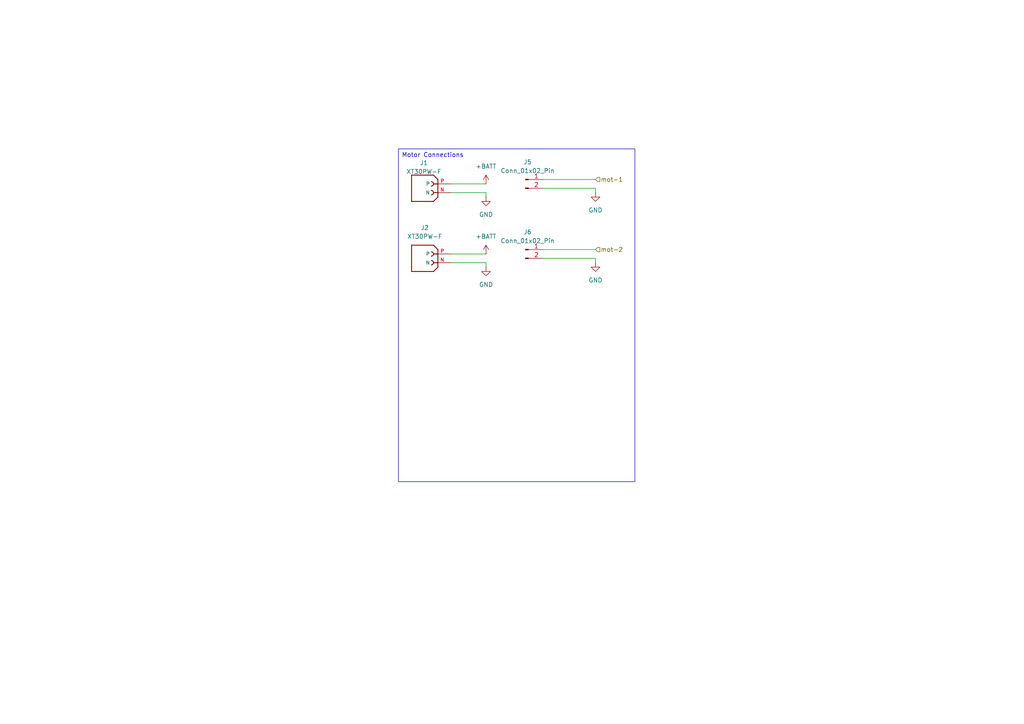
<source format=kicad_sch>
(kicad_sch (version 20231120) (generator "eeschema") (generator_version "8.0")
  (paper "A4")
  (lib_symbols
    (symbol "Connector:Conn_01x02_Pin" (pin_names (offset 1.016) hide)
      (property "Reference" "J" (at 0 2.54 0))
      (property "Value" "Conn_01x02_Pin" (at 0 -5.08 0))
      (symbol "Conn_01x02_Pin_1_1"
        (polyline (pts (xy 1.27 -2.54) (xy 0.8636 -2.54)) (stroke (width 0.1524)))
        (polyline (pts (xy 1.27 0) (xy 0.8636 0)) (stroke (width 0.1524)))
        (rectangle (start 0.8636 -2.413) (end 0 -2.667) (stroke (width 0.1524)) (fill (type outline)))
        (rectangle (start 0.8636 0.127) (end 0 -0.127) (stroke (width 0.1524)) (fill (type outline)))
        (pin passive line (at 5.08 0 180) (length 3.81) (name "Pin_1") (number "1"))
        (pin passive line (at 5.08 -2.54 180) (length 3.81) (name "Pin_2") (number "2"))
      )
    )
    (symbol "XT30PW-F:XT30PW-F" (pin_names (offset 1.016))
      (property "Reference" "J" (at -7.62 3.81 0))
      (property "Value" "XT30PW-F" (at -7.62 -7.62 0))
      (symbol "XT30PW-F_0_0"
        (arc (start -1.905 -3.175) (mid -1.2727 -2.54) (end -1.905 -1.905) (stroke (width 0.254)))
        (arc (start -1.905 -0.635) (mid -1.2727 0) (end -1.905 0.635) (stroke (width 0.254)))
        (polyline (pts (xy -7.62 -5.08) (xy -7.62 2.54)) (stroke (width 0.254)))
        (polyline (pts (xy -7.62 2.54) (xy -1.27 2.54)) (stroke (width 0.254)))
        (polyline (pts (xy -1.27 -5.08) (xy -7.62 -5.08)) (stroke (width 0.254)))
        (polyline (pts (xy 0 -3.81) (xy -1.27 -5.08)) (stroke (width 0.254)))
        (polyline (pts (xy 0 -2.54) (xy -1.27 -2.54)) (stroke (width 0.254)))
        (polyline (pts (xy 0 0) (xy -1.27 0)) (stroke (width 0.254)))
        (polyline (pts (xy 0 0) (xy 0 -3.81)) (stroke (width 0.254)))
        (polyline (pts (xy 0 1.27) (xy -1.27 2.54)) (stroke (width 0.254)))
        (polyline (pts (xy 0 1.27) (xy 0 0)) (stroke (width 0.254)))
      )
      (symbol "XT30PW-F_1_0"
        (pin power_in line (at 3.81 -2.54 180) (length 5.08) (name "N") (number "N"))
        (pin power_in line (at 3.81 0 180) (length 5.08) (name "P") (number "P"))
      )
      (symbol "XT30PW-F_1_1"
        (pin unspecified line (at -10.16 0 0) (length 2.54) hide (name "S1") (number "S1"))
        (pin unspecified line (at -10.16 -2.54 0) (length 2.54) hide (name "S2") (number "S2"))
      )
    )
    (symbol "power:+7.5V" (power) (pin_numbers hide) (pin_names (offset 0) hide)
      (property "Value" "+7.5V" (at 0 3.556 0))
      (symbol "+7.5V_0_1"
        (polyline (pts (xy -0.762 1.27) (xy 0 2.54)))
        (polyline (pts (xy 0 0) (xy 0 2.54)))
        (polyline (pts (xy 0 2.54) (xy 0.762 1.27)))
      )
      (symbol "+7.5V_1_1"
        (pin power_in line (at 0 0 90) (length 0) (name "~") (number "1"))
      )
    )
    (symbol "power:GND" (power) (pin_numbers hide) (pin_names (offset 0) hide)
      (property "Value" "GND" (at 0 -3.81 0))
      (symbol "GND_0_1"
        (polyline (pts (xy 0 0) (xy 0 -1.27) (xy 1.27 -1.27) (xy 0 -2.54) (xy -1.27 -1.27) (xy 0 -1.27)))
      )
      (symbol "GND_1_1"
        (pin power_in line (at 0 0 270) (length 0) (name "~") (number "1"))
      )
    )
  )
  (wire (pts (xy 157.48 74.93) (xy 172.72 74.93)))
  (wire (pts (xy 172.72 74.93) (xy 172.72 76.2)))
  (wire (pts (xy 157.48 72.39) (xy 172.72 72.39)))
  (wire (pts (xy 140.97 76.2) (xy 140.97 77.47)))
  (wire (pts (xy 172.72 54.61) (xy 172.72 55.88)))
  (wire (pts (xy 140.97 55.88) (xy 140.97 57.15)))
  (wire (pts (xy 130.81 73.66) (xy 140.97 73.66)))
  (wire (pts (xy 130.81 76.2) (xy 140.97 76.2)))
  (wire (pts (xy 157.48 52.07) (xy 172.72 52.07)))
  (wire (pts (xy 130.81 53.34) (xy 140.97 53.34)))
  (wire (pts (xy 157.48 54.61) (xy 172.72 54.61)))
  (wire (pts (xy 130.81 55.88) (xy 140.97 55.88)))
  (text_box "Motor Connections\n" (at 115.57 43.18 0) (size 68.58 96.52) (effects (font (size 1.27 1.27)) (justify left top)))
  (hierarchical_label "mot-1" (shape input) (at 172.72 52.07 0))
  (hierarchical_label "mot-2" (shape input) (at 172.72 72.39 0))
  (symbol (lib_id "power:+7.5V") (at 140.97 53.34 0) (unit 1)
    (property "Reference" "#PWR01" (effects (hide yes)))
    (property "Value" "+BATT" (at 140.97 48.26 0))
    (property "Description" "Power symbol creates a global label with name \"+7.5V\"" (effects (hide yes)))
  )
  (symbol (lib_id "power:GND") (at 140.97 77.47 0) (unit 1)
    (property "Reference" "#PWR011" (effects (hide yes)))
    (property "Value" "GND" (at 140.97 82.55 0))
    (property "Description" "Power symbol creates a global label with name \"GND\" , ground" (effects (hide yes)))
  )
  (symbol (lib_id "power:GND") (at 140.97 57.15 0) (unit 1)
    (property "Reference" "#PWR02" (effects (hide yes)))
    (property "Value" "GND" (at 140.97 62.23 0))
    (property "Description" "Power symbol creates a global label with name \"GND\" , ground" (effects (hide yes)))
  )
  (symbol (lib_id "power:+7.5V") (at 140.97 73.66 0) (unit 1)
    (property "Reference" "#PWR010" (effects (hide yes)))
    (property "Value" "+BATT" (at 140.97 68.58 0))
    (property "Description" "Power symbol creates a global label with name \"+7.5V\"" (effects (hide yes)))
  )
  (symbol (lib_id "power:GND") (at 172.72 76.2 0) (unit 1)
    (property "Reference" "#PWR017" (effects (hide yes)))
    (property "Value" "GND" (at 172.72 81.28 0))
    (property "Description" "Power symbol creates a global label with name \"GND\" , ground" (effects (hide yes)))
  )
  (symbol (lib_id "power:GND") (at 172.72 55.88 0) (unit 1)
    (property "Reference" "#PWR016" (effects (hide yes)))
    (property "Value" "GND" (at 172.72 60.96 0))
    (property "Description" "Power symbol creates a global label with name \"GND\" , ground" (effects (hide yes)))
  )
  (symbol (lib_id "Connector:Conn_01x02_Pin") (at 152.4 72.39 0) (unit 1)
    (property "Reference" "J6" (at 153.035 67.31 0))
    (property "Value" "Conn_01x02_Pin" (at 153.035 69.85 0))
    (property "Footprint" "Connector_PinHeader_2.54mm:PinHeader_1x02_P2.54mm_Horizontal" (effects (hide yes)))
    (property "Description" "Generic connector, single row, 01x02, script generated" (effects (hide yes)))
    (property "MANUFACTURER" "-" (effects (hide yes)))
  )
  (symbol (lib_id "Connector:Conn_01x02_Pin") (at 152.4 52.07 0) (unit 1)
    (property "Reference" "J5" (at 153.035 46.99 0))
    (property "Value" "Conn_01x02_Pin" (at 153.035 49.53 0))
    (property "Footprint" "Connector_PinHeader_2.54mm:PinHeader_1x02_P2.54mm_Horizontal" (effects (hide yes)))
    (property "Description" "Generic connector, single row, 01x02, script generated" (effects (hide yes)))
    (property "MANUFACTURER" "-" (effects (hide yes)))
  )
  (symbol (lib_id "XT30PW-F:XT30PW-F") (at 127 73.66 0) (unit 1)
    (property "Reference" "J2" (at 123.19 66.04 0))
    (property "Value" "XT30PW-F" (at 123.19 68.58 0))
    (property "Footprint" "XT30PW-F:AMASS_XT30PW-F" (effects (hide yes)))
    (property "MF" "amass" (effects (hide yes)))
    (property "MAXIMUM_PACKAGE_HEIGHT" "5 mm" (effects (hide yes)))
    (property "Package" "None" (effects (hide yes)))
    (property "Price" "None" (effects (hide yes)))
    (property "Check_prices" "https://www.snapeda.com/parts/XT30PW-F/AMASS/view-part/?ref=eda" (effects (hide yes)))
    (property "STANDARD" "Manufacturer Recommendations" (effects (hide yes)))
    (property "PARTREV" "1.2" (effects (hide yes)))
    (property "SnapEDA_Link" "https://www.snapeda.com/parts/XT30PW-F/AMASS/view-part/?ref=snap" (effects (hide yes)))
    (property "MP" "XT30PW-F" (effects (hide yes)))
    (property "Description_1" "\nSocket; DC supply; XT30; female; PIN: 2; on PCBs; THT; yellow; 15A\n" (effects (hide yes)))
    (property "MANUFACTURER" "Amass" (effects (hide yes)))
    (property "Availability" "Not in stock" (effects (hide yes)))
    (property "SNAPEDA_PN" "XT30PW-F" (effects (hide yes)))
  )
  (symbol (lib_id "XT30PW-F:XT30PW-F") (at 127 53.34 0) (unit 1)
    (property "Reference" "J1" (at 122.936 47.244 0))
    (property "Value" "XT30PW-F" (at 122.936 49.784 0))
    (property "Footprint" "XT30PW-F:AMASS_XT30PW-F" (effects (hide yes)))
    (property "MF" "amass" (effects (hide yes)))
    (property "MAXIMUM_PACKAGE_HEIGHT" "5 mm" (effects (hide yes)))
    (property "Package" "None" (effects (hide yes)))
    (property "Price" "None" (effects (hide yes)))
    (property "Check_prices" "https://www.snapeda.com/parts/XT30PW-F/AMASS/view-part/?ref=eda" (effects (hide yes)))
    (property "STANDARD" "Manufacturer Recommendations" (effects (hide yes)))
    (property "PARTREV" "1.2" (effects (hide yes)))
    (property "SnapEDA_Link" "https://www.snapeda.com/parts/XT30PW-F/AMASS/view-part/?ref=snap" (effects (hide yes)))
    (property "MP" "XT30PW-F" (effects (hide yes)))
    (property "Description_1" "\nSocket; DC supply; XT30; female; PIN: 2; on PCBs; THT; yellow; 15A\n" (effects (hide yes)))
    (property "MANUFACTURER" "Amass" (effects (hide yes)))
    (property "Availability" "Not in stock" (effects (hide yes)))
    (property "SNAPEDA_PN" "XT30PW-F" (effects (hide yes)))
  )
)
</source>
